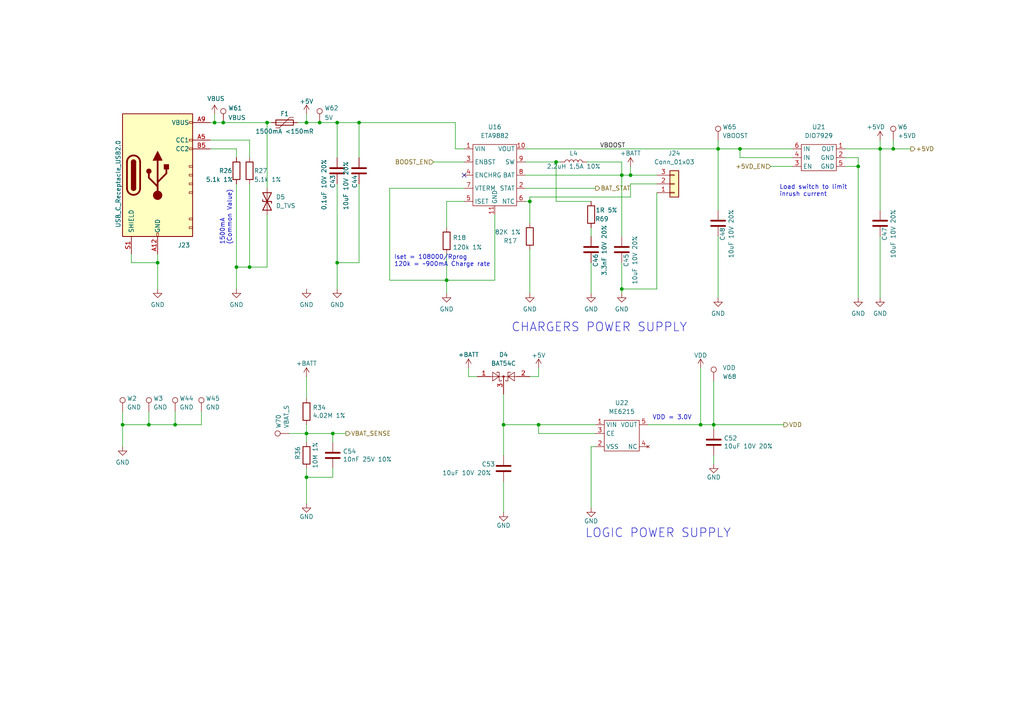
<source format=kicad_sch>
(kicad_sch (version 20211123) (generator eeschema)
  (paper "A4")
  (lib_symbols
    (symbol "Connector_Generic:Conn_01x03" (pin_names (offset 1.016) hide)
      (property "Reference" "J" (at 0 5.08 0))
      (property "Value" "Conn_01x03" (at 0 -5.08 0))
      (symbol "Conn_01x03_1_1"
        (rectangle (start -1.27 -2.413) (end 0 -2.667) (stroke (width 0.1524)))
        (rectangle (start -1.27 0.127) (end 0 -0.127) (stroke (width 0.1524)))
        (rectangle (start -1.27 2.667) (end 0 2.413) (stroke (width 0.1524)))
        (rectangle (start -1.27 3.81) (end 1.27 -3.81) (stroke (width 0.254)) (fill (type background)))
        (pin passive line (at -5.08 2.54 0) (length 3.81) (name "Pin_1") (number "1"))
        (pin passive line (at -5.08 0 0) (length 3.81) (name "Pin_2") (number "2"))
        (pin passive line (at -5.08 -2.54 0) (length 3.81) (name "Pin_3") (number "3"))
      )
    )
    (symbol "Device:C" (pin_numbers hide) (pin_names (offset 0.254))
      (property "Reference" "C" (at 0.635 2.54 0))
      (property "Value" "C" (at 0.635 -2.54 0))
      (symbol "C_0_1"
        (polyline (pts (xy -2.032 -0.762) (xy 2.032 -0.762)) (stroke (width 0.508)))
        (polyline (pts (xy -2.032 0.762) (xy 2.032 0.762)) (stroke (width 0.508)))
      )
      (symbol "C_1_1"
        (pin passive line (at 0 3.81 270) (length 2.794) (name "~") (number "1"))
        (pin passive line (at 0 -3.81 90) (length 2.794) (name "~") (number "2"))
      )
    )
    (symbol "Device:D_TVS" (pin_numbers hide) (pin_names (offset 1.016) hide)
      (property "Reference" "D" (at 0 2.54 0))
      (property "Value" "D_TVS" (at 0 -2.54 0))
      (symbol "D_TVS_0_1"
        (polyline (pts (xy 1.27 0) (xy -1.27 0)))
        (polyline (pts (xy 0.508 1.27) (xy 0 1.27) (xy 0 -1.27) (xy -0.508 -1.27)) (stroke (width 0.254)))
        (polyline (pts (xy -2.54 1.27) (xy -2.54 -1.27) (xy 2.54 1.27) (xy 2.54 -1.27) (xy -2.54 1.27)) (stroke (width 0.254)))
      )
      (symbol "D_TVS_1_1"
        (pin passive line (at -3.81 0 0) (length 2.54) (name "A1") (number "1"))
        (pin passive line (at 3.81 0 180) (length 2.54) (name "A2") (number "2"))
      )
    )
    (symbol "Device:L" (pin_numbers hide) (pin_names (offset 1.016) hide)
      (property "Reference" "L" (at -1.27 0 90))
      (property "Value" "L" (at 1.905 0 90))
      (symbol "L_0_1"
        (arc (start 0 -2.54) (mid 0.635 -1.905) (end 0 -1.27))
        (arc (start 0 -1.27) (mid 0.635 -0.635) (end 0 0))
        (arc (start 0 0) (mid 0.635 0.635) (end 0 1.27))
        (arc (start 0 1.27) (mid 0.635 1.905) (end 0 2.54))
      )
      (symbol "L_1_1"
        (pin passive line (at 0 3.81 270) (length 1.27) (name "1") (number "1"))
        (pin passive line (at 0 -3.81 90) (length 1.27) (name "2") (number "2"))
      )
    )
    (symbol "Device:Polyfuse" (pin_numbers hide) (pin_names (offset 0))
      (property "Reference" "F" (at -2.54 0 90))
      (property "Value" "Polyfuse" (at 2.54 0 90))
      (symbol "Polyfuse_0_1"
        (rectangle (start -0.762 2.54) (end 0.762 -2.54) (stroke (width 0.254)))
        (polyline (pts (xy 0 2.54) (xy 0 -2.54)))
        (polyline (pts (xy -1.524 2.54) (xy -1.524 1.524) (xy 1.524 -1.524) (xy 1.524 -2.54)))
      )
      (symbol "Polyfuse_1_1"
        (pin passive line (at 0 3.81 270) (length 1.27) (name "~") (number "1"))
        (pin passive line (at 0 -3.81 90) (length 1.27) (name "~") (number "2"))
      )
    )
    (symbol "Device:R" (pin_numbers hide) (pin_names (offset 0))
      (property "Reference" "R" (at 2.032 0 90))
      (property "Value" "R" (at 0 0 90))
      (symbol "R_0_1"
        (rectangle (start -1.016 -2.54) (end 1.016 2.54) (stroke (width 0.254)))
      )
      (symbol "R_1_1"
        (pin passive line (at 0 3.81 270) (length 1.27) (name "~") (number "1"))
        (pin passive line (at 0 -3.81 90) (length 1.27) (name "~") (number "2"))
      )
    )
    (symbol "Diode:BAT54C" (pin_names (offset 1.016))
      (property "Reference" "D" (at 0.635 -3.81 0))
      (property "Value" "BAT54C" (at -6.35 3.175 0))
      (symbol "BAT54C_0_1"
        (polyline (pts (xy -1.905 0) (xy 1.905 0)))
        (polyline (pts (xy -1.905 1.27) (xy -1.905 1.016)))
        (polyline (pts (xy -1.27 -1.27) (xy -0.635 -1.27)))
        (polyline (pts (xy -1.27 0) (xy -3.81 0)))
        (polyline (pts (xy -1.27 1.27) (xy -1.905 1.27)))
        (polyline (pts (xy -1.27 1.27) (xy -1.27 -1.27)))
        (polyline (pts (xy -0.635 -1.27) (xy -0.635 -1.016)))
        (polyline (pts (xy 0.635 -1.27) (xy 0.635 -1.016)))
        (polyline (pts (xy 1.27 -1.27) (xy 0.635 -1.27)))
        (polyline (pts (xy 1.27 1.27) (xy 1.27 -1.27)))
        (polyline (pts (xy 1.27 1.27) (xy 1.905 1.27)))
        (polyline (pts (xy 1.905 1.27) (xy 1.905 1.016)))
        (polyline (pts (xy 3.81 0) (xy 1.27 0)))
        (polyline (pts (xy -3.175 -1.27) (xy -3.175 1.27) (xy -1.27 0) (xy -3.175 -1.27)))
        (polyline (pts (xy 3.175 -1.27) (xy 3.175 1.27) (xy 1.27 0) (xy 3.175 -1.27)))
        (circle (center 0 0) (radius 0.254) (fill (type outline)))
      )
      (symbol "BAT54C_1_1"
        (pin passive line (at -7.62 0 0) (length 3.81) (name "~") (number "1"))
        (pin passive line (at 7.62 0 180) (length 3.81) (name "~") (number "2"))
        (pin passive line (at 0 -5.08 90) (length 5.08) (name "~") (number "3"))
      )
    )
    (symbol "Pixels-dice:DIO7929"
      (property "Reference" "U" (at 2.54 -5.08 0))
      (property "Value" "DIO7929" (at 0 5.715 0))
      (symbol "DIO7929_0_1"
        (rectangle (start -5.08 3.81) (end 5.08 -3.81))
      )
      (symbol "DIO7929_1_1"
        (pin power_out line (at 7.62 2.54 180) (length 2.54) (name "OUT") (number "1"))
        (pin power_in line (at 7.62 0 180) (length 2.54) (name "GND") (number "2"))
        (pin input line (at -7.62 -2.54 0) (length 2.54) (name "EN") (number "3"))
        (pin power_in line (at -7.62 0 0) (length 2.54) (name "IN") (number "4"))
        (pin power_in line (at 7.62 -2.54 180) (length 2.54) (name "GND") (number "5"))
        (pin power_in line (at -7.62 2.54 0) (length 2.54) (name "IN") (number "6"))
      )
    )
    (symbol "Pixels-dice:ETA9882"
      (property "Reference" "U" (at -5.08 -17.78 0))
      (property "Value" "ETA9882" (at -10.16 2.54 0))
      (symbol "ETA9882_0_1"
        (rectangle (start -16.51 1.27) (end -3.81 -16.51))
      )
      (symbol "ETA9882_1_1"
        (pin power_in line (at -19.05 0 0) (length 2.54) (name "VIN") (number "1"))
        (pin power_out line (at -1.27 0 180) (length 2.54) (name "VOUT") (number "10"))
        (pin power_out line (at -10.16 -19.05 90) (length 2.54) (name "GND") (number "11"))
        (pin output line (at -1.27 -11.43 180) (length 2.54) (name "STAT") (number "2"))
        (pin input line (at -19.05 -3.81 0) (length 2.54) (name "ENBST") (number "3"))
        (pin input line (at -19.05 -7.62 0) (length 2.54) (name "ENCHRG") (number "4"))
        (pin output line (at -19.05 -15.24 0) (length 2.54) (name "ISET") (number "5"))
        (pin input line (at -1.27 -15.24 180) (length 2.54) (name "NTC") (number "6"))
        (pin input line (at -19.05 -11.43 0) (length 2.54) (name "VTERM") (number "7"))
        (pin power_in line (at -1.27 -7.62 180) (length 2.54) (name "BAT") (number "8"))
        (pin output line (at -1.27 -3.81 180) (length 2.54) (name "SW") (number "9"))
      )
    )
    (symbol "Pixels-dice:ME6215"
      (property "Reference" "U" (at 3.175 -6.35 0))
      (property "Value" "ME6215" (at 0 5.08 0))
      (symbol "ME6215_0_1"
        (rectangle (start -5.08 3.81) (end 5.08 -5.08))
      )
      (symbol "ME6215_1_1"
        (pin power_in line (at -7.62 2.54 0) (length 2.54) (name "VIN") (number "1"))
        (pin power_in line (at -7.62 -3.81 0) (length 2.54) (name "VSS") (number "2"))
        (pin input line (at -7.62 0 0) (length 2.54) (name "CE") (number "3"))
        (pin no_connect line (at 7.62 -3.81 180) (length 2.54) (name "NC") (number "4"))
        (pin power_out line (at 7.62 2.54 180) (length 2.54) (name "VOUT") (number "5"))
      )
    )
    (symbol "Pixels-dice:TEST_1P-conn" (pin_numbers hide) (pin_names (offset 0.762) hide)
      (property "Reference" "W" (at 0 6.858 0))
      (property "Value" "TEST_1P-conn" (at 0 5.08 0))
      (symbol "TEST_1P-conn_0_1"
        (circle (center 0 3.302) (radius 0.762))
      )
      (symbol "TEST_1P-conn_1_1"
        (pin passive line (at 0 0 90) (length 2.54) (name "1") (number "1"))
      )
    )
    (symbol "Pixels-dice:USB_C_Receptacle_USB2.0" (pin_names (offset 1.016))
      (property "Reference" "J" (at -10.16 19.05 0))
      (property "Value" "USB_C_Receptacle_USB2.0" (at 19.05 19.05 0))
      (symbol "USB_C_Receptacle_USB2.0_0_0"
        (rectangle (start -0.254 -17.78) (end 0.254 -16.764))
        (rectangle (start 10.16 -14.986) (end 9.144 -15.494))
        (rectangle (start 10.16 -12.446) (end 9.144 -12.954))
        (rectangle (start 10.16 -4.826) (end 9.144 -5.334))
        (rectangle (start 10.16 -2.286) (end 9.144 -2.794))
        (rectangle (start 10.16 0.254) (end 9.144 -0.254))
        (rectangle (start 10.16 2.794) (end 9.144 2.286))
        (rectangle (start 10.16 7.874) (end 9.144 7.366))
        (rectangle (start 10.16 10.414) (end 9.144 9.906))
        (rectangle (start 10.16 15.494) (end 9.144 14.986))
      )
      (symbol "USB_C_Receptacle_USB2.0_0_1"
        (rectangle (start -10.16 17.78) (end 10.16 -17.78) (stroke (width 0.254)) (fill (type background)))
        (arc (start -8.89 -3.81) (mid -6.985 -5.715) (end -5.08 -3.81) (stroke (width 0.508)))
        (arc (start -7.62 -3.81) (mid -6.985 -4.445) (end -6.35 -3.81) (stroke (width 0.254)))
        (arc (start -7.62 -3.81) (mid -6.985 -4.445) (end -6.35 -3.81) (stroke (width 0.254)) (fill (type outline)))
        (rectangle (start -7.62 -3.81) (end -6.35 3.81) (stroke (width 0.254)) (fill (type outline)))
        (arc (start -6.35 3.81) (mid -6.985 4.445) (end -7.62 3.81) (stroke (width 0.254)))
        (arc (start -6.35 3.81) (mid -6.985 4.445) (end -7.62 3.81) (stroke (width 0.254)) (fill (type outline)))
        (arc (start -5.08 3.81) (mid -6.985 5.715) (end -8.89 3.81) (stroke (width 0.508)))
        (circle (center -2.54 1.143) (radius 0.635) (stroke (width 0.254)) (fill (type outline)))
        (circle (center 0 -5.842) (radius 1.27) (fill (type outline)))
        (polyline (pts (xy -8.89 -3.81) (xy -8.89 3.81)) (stroke (width 0.508)))
        (polyline (pts (xy -5.08 3.81) (xy -5.08 -3.81)) (stroke (width 0.508)))
        (polyline (pts (xy 0 -5.842) (xy 0 4.318)) (stroke (width 0.508)))
        (polyline (pts (xy 0 -3.302) (xy -2.54 -0.762) (xy -2.54 0.508)) (stroke (width 0.508)))
        (polyline (pts (xy 0 -2.032) (xy 2.54 0.508) (xy 2.54 1.778)) (stroke (width 0.508)))
        (polyline (pts (xy -1.27 4.318) (xy 0 6.858) (xy 1.27 4.318) (xy -1.27 4.318)) (stroke (width 0.254)) (fill (type outline)))
        (rectangle (start 1.905 1.778) (end 3.175 3.048) (stroke (width 0.254)) (fill (type outline)))
      )
      (symbol "USB_C_Receptacle_USB2.0_1_1"
        (pin passive line (at 0 -22.86 90) (length 5.08) (name "GND") (number "A12"))
        (pin bidirectional line (at 15.24 10.16 180) (length 5.08) (name "CC1") (number "A5"))
        (pin passive line (at 15.24 15.24 180) (length 5.08) (name "VBUS") (number "A9"))
        (pin passive line (at 0 -22.86 90) (length 5.08) hide (name "GND") (number "B12"))
        (pin bidirectional line (at 15.24 7.62 180) (length 5.08) (name "CC2") (number "B5"))
        (pin passive line (at 15.24 15.24 180) (length 5.08) hide (name "VBUS") (number "B9"))
        (pin passive line (at -7.62 -22.86 90) (length 5.08) (name "SHIELD") (number "S1"))
      )
    )
    (symbol "power:+5V" (power) (pin_names (offset 0))
      (property "Value" "+5V" (at 0 3.556 0))
      (symbol "+5V_0_1"
        (polyline (pts (xy -0.762 1.27) (xy 0 2.54)))
        (polyline (pts (xy 0 0) (xy 0 2.54)))
        (polyline (pts (xy 0 2.54) (xy 0.762 1.27)))
      )
      (symbol "+5V_1_1"
        (pin power_in line (at 0 0 90) (length 0) hide (name "+5V") (number "1"))
      )
    )
    (symbol "power:+5VD" (power) (pin_names (offset 0))
      (property "Value" "+5VD" (at 0 3.556 0))
      (symbol "+5VD_0_1"
        (polyline (pts (xy -0.762 1.27) (xy 0 2.54)))
        (polyline (pts (xy 0 0) (xy 0 2.54)))
        (polyline (pts (xy 0 2.54) (xy 0.762 1.27)))
      )
      (symbol "+5VD_1_1"
        (pin power_in line (at 0 0 90) (length 0) hide (name "+5VD") (number "1"))
      )
    )
    (symbol "power:+BATT" (power) (pin_names (offset 0))
      (property "Value" "+BATT" (at 0 3.556 0))
      (symbol "+BATT_0_1"
        (polyline (pts (xy -0.762 1.27) (xy 0 2.54)))
        (polyline (pts (xy 0 0) (xy 0 2.54)))
        (polyline (pts (xy 0 2.54) (xy 0.762 1.27)))
      )
      (symbol "+BATT_1_1"
        (pin power_in line (at 0 0 90) (length 0) hide (name "+BATT") (number "1"))
      )
    )
    (symbol "power:GND" (power) (pin_names (offset 0))
      (property "Value" "GND" (at 0 -3.81 0))
      (symbol "GND_0_1"
        (polyline (pts (xy 0 0) (xy 0 -1.27) (xy 1.27 -1.27) (xy 0 -2.54) (xy -1.27 -1.27) (xy 0 -1.27)))
      )
      (symbol "GND_1_1"
        (pin power_in line (at 0 0 270) (length 0) hide (name "GND") (number "1"))
      )
    )
    (symbol "power:VBUS" (power) (pin_names (offset 0))
      (property "Value" "VBUS" (at 0 3.81 0))
      (symbol "VBUS_0_1"
        (polyline (pts (xy -0.762 1.27) (xy 0 2.54)))
        (polyline (pts (xy 0 0) (xy 0 2.54)))
        (polyline (pts (xy 0 2.54) (xy 0.762 1.27)))
      )
      (symbol "VBUS_1_1"
        (pin power_in line (at 0 0 90) (length 0) hide (name "VBUS") (number "1"))
      )
    )
    (symbol "power:VDD" (power) (pin_names (offset 0))
      (property "Value" "VDD" (at 0 3.81 0))
      (symbol "VDD_0_1"
        (polyline (pts (xy -0.762 1.27) (xy 0 2.54)))
        (polyline (pts (xy 0 0) (xy 0 2.54)))
        (polyline (pts (xy 0 2.54) (xy 0.762 1.27)))
      )
      (symbol "VDD_1_1"
        (pin power_in line (at 0 0 90) (length 0) hide (name "VDD") (number "1"))
      )
    )
  )
  (junction (at 203.2 123.19))
  (junction (at 180.34 50.8))
  (junction (at 214.63 43.18))
  (junction (at 207.01 123.19))
  (junction (at 72.39 77.47))
  (junction (at 96.52 125.73))
  (junction (at 129.54 81.28))
  (junction (at 248.92 48.26))
  (junction (at 62.23 35.56))
  (junction (at 180.34 83.82))
  (junction (at 88.9 35.56))
  (junction (at 43.18 123.19))
  (junction (at 45.72 76.2))
  (junction (at 156.21 123.19))
  (junction (at 92.71 35.56))
  (junction (at 68.58 77.47))
  (junction (at 153.67 58.42))
  (junction (at 88.9 138.43))
  (junction (at 50.8 123.19))
  (junction (at 259.08 43.18))
  (junction (at 255.27 43.18))
  (junction (at 161.29 46.99))
  (junction (at 97.79 35.56))
  (junction (at 97.79 76.2))
  (junction (at 182.88 50.8))
  (junction (at 77.47 35.56))
  (junction (at 104.14 35.56))
  (junction (at 208.28 43.18))
  (junction (at 88.9 125.73))
  (junction (at 146.05 123.19))
  (junction (at 35.56 123.19))
  (junction (at 64.77 35.56))
  (no_connect (at 134.62 50.8))
  (wire (pts (xy 62.23 33.02) (xy 62.23 35.56)))
  (wire (pts (xy 72.39 53.34) (xy 72.39 77.47)))
  (wire (pts (xy 35.56 123.19) (xy 35.56 129.54)))
  (wire (pts (xy 156.21 123.19) (xy 172.72 123.19)))
  (wire (pts (xy 180.34 46.99) (xy 180.34 50.8)))
  (wire (pts (xy 146.05 139.7) (xy 146.05 148.59)))
  (wire (pts (xy 135.89 109.22) (xy 138.43 109.22)))
  (wire (pts (xy 134.62 54.61) (xy 113.03 54.61)))
  (wire (pts (xy 171.45 129.54) (xy 171.45 147.32)))
  (wire (pts (xy 97.79 53.34) (xy 97.79 76.2)))
  (wire (pts (xy 97.79 35.56) (xy 97.79 45.72)))
  (wire (pts (xy 77.47 35.56) (xy 78.74 35.56)))
  (wire (pts (xy 45.72 73.66) (xy 45.72 76.2)))
  (wire (pts (xy 88.9 33.02) (xy 88.9 35.56)))
  (wire (pts (xy 96.52 138.43) (xy 88.9 138.43)))
  (wire (pts (xy 152.4 50.8) (xy 180.34 50.8)))
  (wire (pts (xy 88.9 109.22) (xy 88.9 115.57)))
  (wire (pts (xy 245.11 45.72) (xy 248.92 45.72)))
  (wire (pts (xy 113.03 54.61) (xy 113.03 81.28)))
  (wire (pts (xy 77.47 62.23) (xy 77.47 77.47)))
  (wire (pts (xy 146.05 114.3) (xy 146.05 123.19)))
  (wire (pts (xy 182.88 53.34) (xy 182.88 57.15)))
  (wire (pts (xy 68.58 43.18) (xy 68.58 45.72)))
  (wire (pts (xy 72.39 77.47) (xy 68.58 77.47)))
  (wire (pts (xy 208.28 43.18) (xy 208.28 60.96)))
  (wire (pts (xy 129.54 58.42) (xy 129.54 66.04)))
  (wire (pts (xy 161.29 46.99) (xy 162.56 46.99)))
  (wire (pts (xy 38.1 76.2) (xy 45.72 76.2)))
  (wire (pts (xy 223.52 48.26) (xy 229.87 48.26)))
  (wire (pts (xy 104.14 76.2) (xy 97.79 76.2)))
  (wire (pts (xy 161.29 58.42) (xy 161.29 46.99)))
  (wire (pts (xy 35.56 123.19) (xy 43.18 123.19)))
  (wire (pts (xy 146.05 123.19) (xy 156.21 123.19)))
  (wire (pts (xy 104.14 35.56) (xy 104.14 45.72)))
  (wire (pts (xy 38.1 73.66) (xy 38.1 76.2)))
  (wire (pts (xy 96.52 135.89) (xy 96.52 138.43)))
  (wire (pts (xy 207.01 132.08) (xy 207.01 134.62)))
  (wire (pts (xy 207.01 123.19) (xy 207.01 124.46)))
  (wire (pts (xy 203.2 106.68) (xy 203.2 123.19)))
  (wire (pts (xy 104.14 35.56) (xy 132.08 35.56)))
  (wire (pts (xy 96.52 125.73) (xy 96.52 128.27)))
  (wire (pts (xy 208.28 43.18) (xy 214.63 43.18)))
  (wire (pts (xy 83.82 125.73) (xy 88.9 125.73)))
  (wire (pts (xy 153.67 58.42) (xy 153.67 64.77)))
  (wire (pts (xy 187.96 123.19) (xy 203.2 123.19)))
  (wire (pts (xy 180.34 50.8) (xy 180.34 68.58)))
  (wire (pts (xy 97.79 76.2) (xy 97.79 83.82)))
  (wire (pts (xy 208.28 40.64) (xy 208.28 43.18)))
  (wire (pts (xy 156.21 106.68) (xy 156.21 109.22)))
  (wire (pts (xy 208.28 68.58) (xy 208.28 86.36)))
  (wire (pts (xy 182.88 48.26) (xy 182.88 50.8)))
  (wire (pts (xy 203.2 123.19) (xy 207.01 123.19)))
  (wire (pts (xy 207.01 110.49) (xy 207.01 123.19)))
  (wire (pts (xy 50.8 123.19) (xy 58.42 123.19)))
  (wire (pts (xy 88.9 125.73) (xy 96.52 125.73)))
  (wire (pts (xy 156.21 123.19) (xy 156.21 125.73)))
  (wire (pts (xy 229.87 45.72) (xy 214.63 45.72)))
  (wire (pts (xy 113.03 81.28) (xy 129.54 81.28)))
  (wire (pts (xy 255.27 43.18) (xy 255.27 60.96)))
  (wire (pts (xy 68.58 77.47) (xy 68.58 83.82)))
  (wire (pts (xy 92.71 35.56) (xy 97.79 35.56)))
  (wire (pts (xy 248.92 45.72) (xy 248.92 48.26)))
  (wire (pts (xy 152.4 58.42) (xy 153.67 58.42)))
  (wire (pts (xy 129.54 73.66) (xy 129.54 81.28)))
  (wire (pts (xy 259.08 40.64) (xy 259.08 43.18)))
  (wire (pts (xy 214.63 45.72) (xy 214.63 43.18)))
  (wire (pts (xy 152.4 43.18) (xy 208.28 43.18)))
  (wire (pts (xy 172.72 125.73) (xy 156.21 125.73)))
  (wire (pts (xy 86.36 35.56) (xy 88.9 35.56)))
  (wire (pts (xy 88.9 35.56) (xy 92.71 35.56)))
  (wire (pts (xy 60.96 40.64) (xy 72.39 40.64)))
  (wire (pts (xy 64.77 35.56) (xy 77.47 35.56)))
  (wire (pts (xy 132.08 35.56) (xy 132.08 43.18)))
  (wire (pts (xy 88.9 138.43) (xy 88.9 146.05)))
  (wire (pts (xy 97.79 35.56) (xy 104.14 35.56)))
  (wire (pts (xy 104.14 53.34) (xy 104.14 76.2)))
  (wire (pts (xy 182.88 57.15) (xy 153.67 57.15)))
  (wire (pts (xy 43.18 123.19) (xy 43.18 119.38)))
  (wire (pts (xy 245.11 43.18) (xy 255.27 43.18)))
  (wire (pts (xy 135.89 106.68) (xy 135.89 109.22)))
  (wire (pts (xy 88.9 135.89) (xy 88.9 138.43)))
  (wire (pts (xy 77.47 35.56) (xy 77.47 54.61)))
  (wire (pts (xy 132.08 43.18) (xy 134.62 43.18)))
  (wire (pts (xy 60.96 35.56) (xy 62.23 35.56)))
  (wire (pts (xy 153.67 72.39) (xy 153.67 85.09)))
  (wire (pts (xy 125.73 46.99) (xy 134.62 46.99)))
  (wire (pts (xy 129.54 81.28) (xy 143.51 81.28)))
  (wire (pts (xy 180.34 76.2) (xy 180.34 83.82)))
  (wire (pts (xy 35.56 119.38) (xy 35.56 123.19)))
  (wire (pts (xy 171.45 58.42) (xy 161.29 58.42)))
  (wire (pts (xy 50.8 123.19) (xy 50.8 119.38)))
  (wire (pts (xy 248.92 48.26) (xy 248.92 86.36)))
  (wire (pts (xy 60.96 43.18) (xy 68.58 43.18)))
  (wire (pts (xy 152.4 46.99) (xy 161.29 46.99)))
  (wire (pts (xy 171.45 76.2) (xy 171.45 85.09)))
  (wire (pts (xy 77.47 77.47) (xy 72.39 77.47)))
  (wire (pts (xy 156.21 109.22) (xy 153.67 109.22)))
  (wire (pts (xy 255.27 43.18) (xy 259.08 43.18)))
  (wire (pts (xy 143.51 62.23) (xy 143.51 81.28)))
  (wire (pts (xy 152.4 54.61) (xy 172.72 54.61)))
  (wire (pts (xy 129.54 58.42) (xy 134.62 58.42)))
  (wire (pts (xy 170.18 46.99) (xy 180.34 46.99)))
  (wire (pts (xy 72.39 40.64) (xy 72.39 45.72)))
  (wire (pts (xy 58.42 123.19) (xy 58.42 119.38)))
  (wire (pts (xy 146.05 132.08) (xy 146.05 123.19)))
  (wire (pts (xy 180.34 50.8) (xy 182.88 50.8)))
  (wire (pts (xy 62.23 35.56) (xy 64.77 35.56)))
  (wire (pts (xy 182.88 53.34) (xy 190.5 53.34)))
  (wire (pts (xy 171.45 129.54) (xy 172.72 129.54)))
  (wire (pts (xy 45.72 76.2) (xy 45.72 83.82)))
  (wire (pts (xy 182.88 50.8) (xy 190.5 50.8)))
  (wire (pts (xy 255.27 40.64) (xy 255.27 43.18)))
  (wire (pts (xy 255.27 68.58) (xy 255.27 86.36)))
  (wire (pts (xy 207.01 123.19) (xy 227.33 123.19)))
  (wire (pts (xy 229.87 43.18) (xy 214.63 43.18)))
  (wire (pts (xy 68.58 53.34) (xy 68.58 77.47)))
  (wire (pts (xy 88.9 123.19) (xy 88.9 125.73)))
  (wire (pts (xy 245.11 48.26) (xy 248.92 48.26)))
  (wire (pts (xy 88.9 125.73) (xy 88.9 128.27)))
  (wire (pts (xy 153.67 57.15) (xy 153.67 58.42)))
  (wire (pts (xy 96.52 125.73) (xy 100.33 125.73)))
  (wire (pts (xy 43.18 123.19) (xy 50.8 123.19)))
  (wire (pts (xy 190.5 55.88) (xy 190.5 83.82)))
  (wire (pts (xy 129.54 81.28) (xy 129.54 85.09)))
  (wire (pts (xy 171.45 66.04) (xy 171.45 68.58)))
  (wire (pts (xy 180.34 83.82) (xy 190.5 83.82)))
  (wire (pts (xy 180.34 83.82) (xy 180.34 85.09)))
  (wire (pts (xy 259.08 43.18) (xy 264.16 43.18)))
  (text "1500mA\n(Common Value)" (at 67.31 71.12 90) (effects (font (size 1.27 1.27)) (justify left bottom)))
  (text "CHARGERS POWER SUPPLY" (at 199.39 96.52 180) (effects (font (size 2.54 2.54)) (justify right bottom)))
  (text "VDD = 3.0V" (at 200.66 121.92 180) (effects (font (size 1.27 1.27)) (justify right bottom)))
  (text "Iset = 108000/Rprog\n120k = ~900mA Charge rate" (at 114.3 77.47 0) (effects (font (size 1.27 1.27)) (justify left bottom)))
  (text "LOGIC POWER SUPPLY" (at 212.09 156.21 180) (effects (font (size 2.54 2.54)) (justify right bottom)))
  (text "Load switch to limit\ninrush current" (at 226.06 57.15 0) (effects (font (size 1.27 1.27)) (justify left bottom)))
  (label "VBOOST" (at 173.99 43.18 0))
  (hierarchical_label "+5VD_EN" (shape input) (at 223.52 48.26 180))
  (hierarchical_label "VDD" (shape output) (at 227.33 123.19 0))
  (hierarchical_label "VBAT_SENSE" (shape output) (at 100.33 125.73 0))
  (hierarchical_label "BAT_STAT" (shape output) (at 172.72 54.61 0))
  (hierarchical_label "+5VD" (shape output) (at 264.16 43.18 0))
  (hierarchical_label "BOOST_EN" (shape input) (at 125.73 46.99 180))
  (symbol (lib_id "power:GND") (at 180.34 85.09 0) (unit 1)
    (property "Reference" "#PWR0104" (effects hide))
    (property "Value" "GND" (at 180.34 89.6525 0))
  )
  (symbol (lib_id "Device:C") (at 255.27 64.77 0) (unit 1)
    (property "Reference" "C47" (at 256.54 69.85 90) (effects (justify left)))
    (property "Value" "10uF 10V 20%" (at 259.08 74.93 90) (effects (justify left)))
    (property "Footprint" "Capacitor_SMD:C_0603_1608Metric" (effects hide))
    (property "Manufacturer" "Murata" (effects hide))
    (property "Manufacturer Part Number" "GRM188R61A106ME69D" (effects hide))
    (property "Generic OK" "YES" (effects hide))
  )
  (symbol (lib_id "Pixels-dice:TEST_1P-conn") (at 208.28 40.64 0) (unit 1)
    (property "Reference" "W65" (at 209.55 36.83 0) (effects (justify left)))
    (property "Value" "VBOOST" (at 209.55 39.37 0) (effects (justify left)))
    (property "Footprint" "Pixels-dice:TestPoint_1.5x1.5_Drill0.9mm" (effects hide))
  )
  (symbol (lib_id "Device:C") (at 180.34 72.39 0) (unit 1)
    (property "Reference" "C45" (at 181.61 77.47 90) (effects (justify left)))
    (property "Value" "10uF 10V 20%" (at 184.15 82.55 90) (effects (justify left)))
    (property "Footprint" "Capacitor_SMD:C_0603_1608Metric" (effects hide))
    (property "Generic OK" "YES" (effects hide))
    (property "Manufacturer" "Murata" (effects hide))
    (property "Manufacturer Part Number" "GRM188R61A106ME69D" (effects hide))
  )
  (symbol (lib_id "power:+5V") (at 88.9 33.02 0) (unit 1)
    (property "Reference" "#PWR059" (effects hide))
    (property "Value" "+5V" (at 88.9 29.4155 0))
  )
  (symbol (lib_id "power:+5V") (at 156.21 106.68 0) (unit 1)
    (property "Reference" "#PWR085" (effects hide))
    (property "Value" "+5V" (at 156.21 103.0755 0))
  )
  (symbol (lib_id "Pixels-dice:TEST_1P-conn") (at 92.71 35.56 0) (unit 1)
    (property "Reference" "W62" (at 94.107 31.3495 0) (effects (justify left)))
    (property "Value" "5V" (at 94.107 34.1246 0) (effects (justify left)))
    (property "Footprint" "Pixels-dice:TEST_PIN" (effects hide))
  )
  (symbol (lib_id "power:+BATT") (at 88.9 109.22 0) (unit 1)
    (property "Reference" "#PWR081" (effects hide))
    (property "Value" "+BATT" (at 88.9 105.41 0))
  )
  (symbol (lib_id "Pixels-dice:TEST_1P-conn") (at 64.77 35.56 0) (unit 1)
    (property "Reference" "W61" (at 66.167 31.3495 0) (effects (justify left)))
    (property "Value" "VBUS" (at 66.167 34.1246 0) (effects (justify left)))
    (property "Footprint" "Pixels-dice:TestPoint_1.5x1.5_Drill0.9mm" (effects hide))
  )
  (symbol (lib_id "Device:Polyfuse") (at 82.55 35.56 90) (unit 1)
    (property "Reference" "F1" (at 82.55 33.02 90))
    (property "Value" "1500mA <150mR" (at 82.55 38.1 90))
    (property "Footprint" "Fuse:Fuse_1206_3216Metric" (effects hide))
    (property "Manufacturer" "Shenzhen JDT Fuse" (effects hide))
    (property "LCSC Part Number" "C135341" (effects hide))
    (property "Manufacturer Part Number" "ASMD1206-150" (effects hide))
    (property "Generic OK" "YES" (effects hide))
  )
  (symbol (lib_id "Device:R") (at 68.58 49.53 180) (unit 1)
    (property "Reference" "R26" (at 63.5 49.53 0) (effects (justify right)))
    (property "Value" "5.1k 1%" (at 59.69 52.07 0) (effects (justify right)))
    (property "Footprint" "Resistor_SMD:R_0402_1005Metric" (effects hide))
    (property "LCSC Part Number" "C25905" (effects hide))
    (property "Manufacturer" "UNI-ROYAL(Uniroyal Elec)" (effects hide))
    (property "Manufacturer Part Number" "0402WGF5101TCE" (effects hide))
    (property "Generic OK" "YES" (effects hide))
  )
  (symbol (lib_id "power:GND") (at 88.9 83.82 0) (unit 1)
    (property "Reference" "#PWR066" (effects hide))
    (property "Value" "GND" (at 88.9 88.3825 0))
  )
  (symbol (lib_id "power:GND") (at 68.58 83.82 0) (unit 1)
    (property "Reference" "#PWR065" (effects hide))
    (property "Value" "GND" (at 68.58 88.3825 0))
  )
  (symbol (lib_id "Device:R") (at 72.39 49.53 180) (unit 1)
    (property "Reference" "R27" (at 73.66 49.53 0) (effects (justify right)))
    (property "Value" "5.1k 1%" (at 73.66 52.07 0) (effects (justify right)))
    (property "Footprint" "Resistor_SMD:R_0402_1005Metric" (effects hide))
    (property "LCSC Part Number" "C25905" (effects hide))
    (property "Manufacturer" "UNI-ROYAL(Uniroyal Elec)" (effects hide))
    (property "Manufacturer Part Number" "0402WGF5101TCE" (effects hide))
    (property "Generic OK" "YES" (effects hide))
  )
  (symbol (lib_id "Pixels-dice:TEST_1P-conn") (at 43.18 119.38 0) (unit 1)
    (property "Reference" "W3" (at 44.45 115.57 0) (effects (justify left)))
    (property "Value" "GND" (at 44.45 118.11 0) (effects (justify left)))
    (property "Footprint" "Pixels-dice:TestPoint_1.5x1.5_Drill0.9mm" (effects hide))
  )
  (symbol (lib_id "power:VBUS") (at 62.23 33.02 0) (unit 1)
    (property "Reference" "#PWR058" (effects hide))
    (property "Value" "VBUS" (at 62.611 28.6258 0))
  )
  (symbol (lib_id "Device:L") (at 166.37 46.99 90) (unit 1)
    (property "Reference" "L4" (at 166.37 44.45 90))
    (property "Value" "2.2uH 1.5A 10%" (at 166.37 48.26 90))
    (property "Footprint" "Pixels-dice:SPM6530" (effects hide))
    (property "Generic OK" "YES" (effects hide))
    (property "Manufacturer" "TDK" (effects hide))
    (property "Manufacturer Part Number" "SPM6530T-2R2M" (effects hide))
    (property "LCSC Part Number" "C76857" (effects hide))
  )
  (symbol (lib_id "power:GND") (at 97.79 83.82 0) (unit 1)
    (property "Reference" "#PWR067" (effects hide))
    (property "Value" "GND" (at 97.79 88.3825 0))
  )
  (symbol (lib_id "power:GND") (at 255.27 86.36 0) (unit 1)
    (property "Reference" "#PWR033" (effects hide))
    (property "Value" "GND" (at 255.27 90.9225 0))
  )
  (symbol (lib_id "Device:C") (at 171.45 72.39 0) (unit 1)
    (property "Reference" "C46" (at 172.72 77.47 90) (effects (justify left)))
    (property "Value" "3.3nF 10V 20%" (at 175.26 80.01 90) (effects (justify left)))
    (property "Footprint" "Capacitor_SMD:C_0402_1005Metric" (effects hide))
    (property "Generic OK" "YES" (effects hide))
    (property "Pixels Part Number" "SMD-C007" (effects hide))
    (property "Manufacturer" "Murata" (effects hide))
    (property "Manufacturer Part Number" "GCM1555C1H220JA16J" (effects hide))
  )
  (symbol (lib_id "Pixels-dice:USB_C_Receptacle_USB2.0") (at 45.72 50.8 0) (unit 1)
    (property "Reference" "J23" (at 53.34 71.12 0))
    (property "Value" "USB_C_Receptacle_USB2.0" (at 34.29 53.34 90))
    (property "Footprint" "Pixels-dice:USB-C-SMD_10P-P1.00-L6.8-W8.9" (effects hide))
    (property "Datasheet" "https://www.usb.org/sites/default/files/documents/usb_type-c.zip" (effects hide))
    (property "LCSC Part Number" "C283540" (effects hide))
    (property "Manufacturer" "Korean Hroparts Elec" (effects hide))
    (property "Manufacturer Part Number" "TYPE-C-31-M-17" (effects hide))
    (property "Generic OK" "NO" (effects hide))
  )
  (symbol (lib_id "Device:C") (at 208.28 64.77 0) (unit 1)
    (property "Reference" "C48" (at 209.55 69.85 90) (effects (justify left)))
    (property "Value" "10uF 10V 20%" (at 212.09 74.93 90) (effects (justify left)))
    (property "Footprint" "Capacitor_SMD:C_0603_1608Metric" (effects hide))
    (property "Manufacturer" "Murata" (effects hide))
    (property "Manufacturer Part Number" "GRM188R61A106ME69D" (effects hide))
    (property "Generic OK" "YES" (effects hide))
  )
  (symbol (lib_id "power:GND") (at 35.56 129.54 0) (unit 1)
    (property "Reference" "#PWR010" (effects hide))
    (property "Value" "GND" (at 35.56 134.1025 0))
  )
  (symbol (lib_id "Pixels-dice:TEST_1P-conn") (at 35.56 119.38 0) (unit 1)
    (property "Reference" "W2" (at 36.83 115.57 0) (effects (justify left)))
    (property "Value" "GND" (at 36.83 118.11 0) (effects (justify left)))
    (property "Footprint" "Pixels-dice:TestPoint_1.5x1.5_Drill0.9mm" (effects hide))
  )
  (symbol (lib_id "Pixels-dice:TEST_1P-conn") (at 207.01 110.49 0) (unit 1)
    (property "Reference" "W68" (at 209.55 109.22 0) (effects (justify left)))
    (property "Value" "VDD" (at 209.55 106.68 0) (effects (justify left)))
    (property "Footprint" "Pixels-dice:TestPoint_1.5x1.5_Drill0.9mm" (effects hide))
  )
  (symbol (lib_id "Pixels-dice:ETA9882") (at 153.67 43.18 0) (unit 1)
    (property "Reference" "U16" (at 143.51 36.83 0))
    (property "Value" "ETA9882" (at 143.51 39.37 0))
    (property "Footprint" "Pixels-dice:ESSOP10" (effects hide))
    (property "Manufacturer" "ETA Semiconductor Limited" (effects hide))
    (property "Manufacturer Part Number" "ETA9882E10" (effects hide))
  )
  (symbol (lib_id "power:GND") (at 248.92 86.36 0) (unit 1)
    (property "Reference" "#PWR01" (effects hide))
    (property "Value" "GND" (at 248.92 90.9225 0))
  )
  (symbol (lib_id "Device:C") (at 207.01 128.27 0) (unit 1)
    (property "Reference" "C52" (at 209.931 127.1016 0) (effects (justify left)))
    (property "Value" "10uF 10V 20%" (at 209.931 129.413 0) (effects (justify left)))
    (property "Footprint" "Capacitor_SMD:C_0603_1608Metric" (effects hide))
    (property "Generic OK" "YES" (effects hide))
    (property "Pixels Part Number" "SMD-C002" (effects hide))
    (property "Manufacturer" "Murata" (effects hide))
    (property "Manufacturer Part Number" "GRM188R61A106ME69D" (effects hide))
  )
  (symbol (lib_id "Device:C") (at 96.52 132.08 0) (unit 1)
    (property "Reference" "C54" (at 99.441 130.9116 0) (effects (justify left)))
    (property "Value" "10nF 25V 10%" (at 99.441 133.223 0) (effects (justify left)))
    (property "Footprint" "Capacitor_SMD:C_0402_1005Metric" (effects hide))
    (property "Generic OK" "YES" (effects hide))
    (property "Pixels Part Number" "SMD-C009" (effects hide))
    (property "Manufacturer" "Murata" (effects hide))
    (property "Manufacturer Part Number" "GRM155R71H103KA88" (effects hide))
    (property "LCSC Part Number" "C2175791" (effects hide))
  )
  (symbol (lib_id "Diode:BAT54C") (at 146.05 109.22 0) (unit 1)
    (property "Reference" "D4" (at 146.05 102.87 0))
    (property "Value" "BAT54C" (at 146.05 105.41 0))
    (property "Footprint" "Package_TO_SOT_SMD:SOT-23" (effects hide))
    (property "Datasheet" "http://www.diodes.com/_files/datasheets/ds11005.pdf" (effects hide))
    (property "Generic OK" "YES" (effects hide))
    (property "LCSC Part Number" "C37704" (effects hide))
    (property "Manufacturer" "Nexperia" (effects hide))
    (property "Manufacturer Part Number" "BAT54C,215" (effects hide))
  )
  (symbol (lib_id "Device:C") (at 97.79 49.53 0) (unit 1)
    (property "Reference" "C43" (at 96.52 54.61 90) (effects (justify left)))
    (property "Value" "0.1uF 10V 20%" (at 93.98 60.96 90) (effects (justify left)))
    (property "Footprint" "Capacitor_SMD:C_0402_1005Metric" (effects hide))
    (property "LCSC Part Number" "C2168305" (effects hide))
    (property "Manufacturer" "Murata" (effects hide))
    (property "Manufacturer Part Number" "GRM155R61H104KE19D" (effects hide))
    (property "Generic OK" "YES" (effects hide))
  )
  (symbol (lib_id "Pixels-dice:TEST_1P-conn") (at 50.8 119.38 0) (unit 1)
    (property "Reference" "W44" (at 52.07 115.57 0) (effects (justify left)))
    (property "Value" "GND" (at 52.07 118.11 0) (effects (justify left)))
    (property "Footprint" "Pixels-dice:TestPoint_1.5x1.5_Drill0.9mm" (effects hide))
  )
  (symbol (lib_id "power:GND") (at 45.72 83.82 0) (unit 1)
    (property "Reference" "#PWR064" (effects hide))
    (property "Value" "GND" (at 45.72 88.3825 0))
  )
  (symbol (lib_id "Device:R") (at 171.45 62.23 180) (unit 1)
    (property "Reference" "R69" (at 176.53 63.5 0) (effects (justify left)))
    (property "Value" "1R 5%" (at 179.07 60.96 0) (effects (justify left)))
    (property "Footprint" "Resistor_SMD:R_0402_1005Metric" (effects hide))
    (property "Generic OK" "YES" (effects hide))
    (property "Pixels Part Number" "SMD-R006" (effects hide))
    (property "Manufacturer" "UNI-ROYAL(Uniroyal Elec)" (effects hide))
    (property "Manufacturer Part Number" "0402WGJ010JTCE" (effects hide))
  )
  (symbol (lib_id "Pixels-dice:TEST_1P-conn") (at 259.08 40.64 0) (unit 1)
    (property "Reference" "W6" (at 260.35 36.83 0) (effects (justify left)))
    (property "Value" "+5VD" (at 260.35 39.37 0) (effects (justify left)))
    (property "Footprint" "Pixels-dice:TestPoint_1.5x1.5_Drill0.9mm" (effects hide))
  )
  (symbol (lib_id "Device:C") (at 104.14 49.53 0) (unit 1)
    (property "Reference" "C44" (at 102.87 54.61 90) (effects (justify left)))
    (property "Value" "10uF 10V 20%" (at 100.33 60.96 90) (effects (justify left)))
    (property "Footprint" "Capacitor_SMD:C_0603_1608Metric" (effects hide))
    (property "Manufacturer" "Murata" (effects hide))
    (property "Manufacturer Part Number" "GRM188R61A106ME69D" (effects hide))
    (property "Generic OK" "YES" (effects hide))
  )
  (symbol (lib_id "power:GND") (at 171.45 147.32 0) (unit 1)
    (property "Reference" "#PWR084" (effects hide))
    (property "Value" "GND" (at 171.45 151.13 0))
  )
  (symbol (lib_id "Device:R") (at 129.54 69.85 0) (unit 1)
    (property "Reference" "R18" (at 131.318 68.9415 0) (effects (justify left)))
    (property "Value" "120k 1%" (at 131.318 71.7166 0) (effects (justify left)))
    (property "Footprint" "Resistor_SMD:R_0402_1005Metric" (effects hide))
    (property "Manufacturer" "UNI-ROYAL(Uniroyal Elec)" (effects hide))
    (property "Manufacturer Part Number" "0402WGF1203TCE" (effects hide))
    (property "Generic OK" "YES" (effects hide))
  )
  (symbol (lib_id "Device:C") (at 146.05 135.89 0) (unit 1)
    (property "Reference" "C53" (at 139.7 134.62 0) (effects (justify left)))
    (property "Value" "10uF 10V 20%" (at 128.27 137.16 0) (effects (justify left)))
    (property "Footprint" "Capacitor_SMD:C_0603_1608Metric" (effects hide))
    (property "Generic OK" "YES" (effects hide))
    (property "Pixels Part Number" "SMD-C002" (effects hide))
    (property "Manufacturer" "Murata" (effects hide))
    (property "Manufacturer Part Number" "GRM188R61A106ME69D" (effects hide))
  )
  (symbol (lib_id "power:+BATT") (at 182.88 48.26 0) (unit 1)
    (property "Reference" "#PWR028" (effects hide))
    (property "Value" "+BATT" (at 182.88 44.45 0))
  )
  (symbol (lib_id "power:GND") (at 88.9 146.05 0) (unit 1)
    (property "Reference" "#PWR086" (effects hide))
    (property "Value" "GND" (at 88.9 149.86 0))
  )
  (symbol (lib_id "power:GND") (at 129.54 85.09 0) (unit 1)
    (property "Reference" "#PWR035" (effects hide))
    (property "Value" "GND" (at 129.54 89.6525 0))
  )
  (symbol (lib_id "Device:R") (at 153.67 68.58 180) (unit 1)
    (property "Reference" "R17" (at 146.05 69.85 0) (effects (justify right)))
    (property "Value" "82K 1%" (at 143.51 67.31 0) (effects (justify right)))
    (property "Footprint" "Resistor_SMD:R_0402_1005Metric" (effects hide))
    (property "Generic OK" "YES" (effects hide))
    (property "Manufacturer" "UNI-ROYAL(Uniroyal Elec)" (effects hide))
    (property "Manufacturer Part Number" "0402WGF8202TCE" (effects hide))
  )
  (symbol (lib_id "Pixels-dice:TEST_1P-conn") (at 58.42 119.38 0) (unit 1)
    (property "Reference" "W45" (at 59.69 115.57 0) (effects (justify left)))
    (property "Value" "GND" (at 59.69 118.11 0) (effects (justify left)))
    (property "Footprint" "Pixels-dice:TestPoint_1.5x1.5_Drill0.9mm" (effects hide))
  )
  (symbol (lib_id "power:GND") (at 207.01 134.62 0) (unit 1)
    (property "Reference" "#PWR082" (effects hide))
    (property "Value" "GND" (at 207.01 138.43 0))
  )
  (symbol (lib_id "power:VDD") (at 203.2 106.68 0) (unit 1)
    (property "Reference" "#PWR080" (effects hide))
    (property "Value" "VDD" (at 203.2 103.0755 0))
  )
  (symbol (lib_id "Device:D_TVS") (at 77.47 58.42 90) (unit 1)
    (property "Reference" "D5" (at 80.01 57.1499 90) (effects (justify right)))
    (property "Value" "D_TVS" (at 80.01 59.6899 90) (effects (justify right)))
    (property "Footprint" "Pixels-dice:DFN" (effects hide))
    (property "Manufacturer" "Murata" (effects hide))
    (property "Manufacturer Part Number" "LXES1UTAA1-157" (effects hide))
  )
  (symbol (lib_id "power:GND") (at 171.45 85.09 0) (unit 1)
    (property "Reference" "#PWR078" (effects hide))
    (property "Value" "GND" (at 171.45 89.6525 0))
  )
  (symbol (lib_id "Pixels-dice:ME6215") (at 180.34 125.73 0) (unit 1)
    (property "Reference" "U22" (at 180.34 116.84 0))
    (property "Value" "ME6215" (at 180.34 119.38 0))
    (property "Footprint" "Pixels-dice:SOT-23-5" (effects hide))
    (property "Generic OK" "NO" (effects hide))
    (property "Manufacturer" "MICRONE(Nanjing Micro One Elec)" (effects hide))
    (property "Manufacturer Part Number" "ME6215C30M5G" (effects hide))
  )
  (symbol (lib_id "power:GND") (at 208.28 86.36 0) (unit 1)
    (property "Reference" "#PWR031" (effects hide))
    (property "Value" "GND" (at 208.28 90.9225 0))
  )
  (symbol (lib_id "Pixels-dice:DIO7929") (at 237.49 45.72 0) (unit 1)
    (property "Reference" "U21" (at 237.49 36.83 0))
    (property "Value" "DIO7929" (at 237.49 39.37 0))
    (property "Footprint" "Package_TO_SOT_SMD:SOT-23-6" (effects hide))
    (property "Manufacturer" "DIOO" (effects hide))
    (property "Manufacturer Part Number" "DIO7929" (effects hide))
  )
  (symbol (lib_id "power:+BATT") (at 135.89 106.68 0) (unit 1)
    (property "Reference" "#PWR038" (effects hide))
    (property "Value" "+BATT" (at 135.89 102.87 0))
  )
  (symbol (lib_id "Pixels-dice:TEST_1P-conn") (at 83.82 125.73 90) (unit 1)
    (property "Reference" "W70" (at 80.772 124.2568 0) (effects (justify left)))
    (property "Value" "VBAT_S" (at 83.0834 124.2568 0) (effects (justify left)))
    (property "Footprint" "Pixels-dice:TestPoint_1.5x1.5_Drill0.9mm" (effects hide))
  )
  (symbol (lib_id "Device:R") (at 88.9 119.38 0) (unit 1)
    (property "Reference" "R34" (at 90.678 118.2116 0) (effects (justify left)))
    (property "Value" "4.02M 1%" (at 90.678 120.523 0) (effects (justify left)))
    (property "Footprint" "Resistor_SMD:R_0402_1005Metric" (effects hide))
    (property "Generic OK" "YES" (effects hide))
    (property "Pixels Part Number" "SMD-R003" (effects hide))
    (property "Manufacturer" "UNI-ROYAL(Uniroyal Elec)" (effects hide))
    (property "Manufacturer Part Number" "0402WGF4024TCE" (effects hide))
    (property "LCSC Part Number" "C423177" (effects hide))
  )
  (symbol (lib_id "Device:R") (at 88.9 132.08 0) (unit 1)
    (property "Reference" "R36" (at 86.36 133.35 90) (effects (justify left)))
    (property "Value" "10M 1%" (at 91.44 135.89 90) (effects (justify left)))
    (property "Footprint" "Resistor_SMD:R_0402_1005Metric" (effects hide))
    (property "Generic OK" "YES" (effects hide))
    (property "Pixels Part Number" "SMD-R004" (effects hide))
    (property "Manufacturer" "UNI-ROYAL(Uniroyal Elec)" (effects hide))
    (property "Manufacturer Part Number" "0402WGF1005TCE" (effects hide))
    (property "LCSC Part Number" "C26082" (effects hide))
  )
  (symbol (lib_id "power:GND") (at 153.67 85.09 0) (unit 1)
    (property "Reference" "#PWR036" (effects hide))
    (property "Value" "GND" (at 153.67 89.6525 0))
  )
  (symbol (lib_id "power:+5VD") (at 255.27 40.64 0) (unit 1)
    (property "Reference" "#PWR02" (effects hide))
    (property "Value" "+5VD" (at 254 36.83 0))
  )
  (symbol (lib_id "Connector_Generic:Conn_01x03") (at 195.58 53.34 0) (mirror x) (unit 1)
    (property "Reference" "J24" (at 195.58 44.45 0))
    (property "Value" "Conn_01x03" (at 195.58 46.99 0))
    (property "Footprint" "Pixels-dice:Battery_Socket_1.5mm_3PIN" (effects hide))
    (property "Manufacturer" "ZH CONNECTOR" (effects hide))
    (property "Manufacturer Part Number" "S3B-ZR-SM4A-TF" (effects hide))
  )
  (symbol (lib_id "power:GND") (at 146.05 148.59 0) (unit 1)
    (property "Reference" "#PWR083" (effects hide))
    (property "Value" "GND" (at 146.05 152.4 0))
  )
)
</source>
